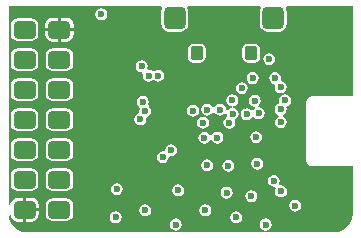
<source format=gbr>
%TF.GenerationSoftware,Altium Limited,Altium Designer,21.1.0 (24)*%
G04 Layer_Physical_Order=2*
G04 Layer_Color=36540*
%FSLAX45Y45*%
%MOMM*%
%TF.SameCoordinates,A42B3F18-A760-40AD-9EC3-E9591E309F50*%
%TF.FilePolarity,Positive*%
%TF.FileFunction,Copper,L2,Inr,Signal*%
%TF.Part,Single*%
G01*
G75*
%TA.AperFunction,ComponentPad*%
G04:AMPARAMS|DCode=27|XSize=1.1mm|YSize=1.2mm|CornerRadius=0.275mm|HoleSize=0mm|Usage=FLASHONLY|Rotation=180.000|XOffset=0mm|YOffset=0mm|HoleType=Round|Shape=RoundedRectangle|*
%AMROUNDEDRECTD27*
21,1,1.10000,0.65000,0,0,180.0*
21,1,0.55000,1.20000,0,0,180.0*
1,1,0.55000,-0.27500,0.32500*
1,1,0.55000,0.27500,0.32500*
1,1,0.55000,0.27500,-0.32500*
1,1,0.55000,-0.27500,-0.32500*
%
%ADD27ROUNDEDRECTD27*%
G04:AMPARAMS|DCode=28|XSize=1.9mm|YSize=1.9mm|CornerRadius=0.475mm|HoleSize=0mm|Usage=FLASHONLY|Rotation=180.000|XOffset=0mm|YOffset=0mm|HoleType=Round|Shape=RoundedRectangle|*
%AMROUNDEDRECTD28*
21,1,1.90000,0.95000,0,0,180.0*
21,1,0.95000,1.90000,0,0,180.0*
1,1,0.95000,-0.47500,0.47500*
1,1,0.95000,0.47500,0.47500*
1,1,0.95000,0.47500,-0.47500*
1,1,0.95000,-0.47500,-0.47500*
%
%ADD28ROUNDEDRECTD28*%
%TA.AperFunction,ViaPad*%
%ADD29C,0.60000*%
%TA.AperFunction,ComponentPad*%
G04:AMPARAMS|DCode=30|XSize=1.5mm|YSize=1.9mm|CornerRadius=0.375mm|HoleSize=0mm|Usage=FLASHONLY|Rotation=270.000|XOffset=0mm|YOffset=0mm|HoleType=Round|Shape=RoundedRectangle|*
%AMROUNDEDRECTD30*
21,1,1.50000,1.15000,0,0,270.0*
21,1,0.75000,1.90000,0,0,270.0*
1,1,0.75000,-0.57500,-0.37500*
1,1,0.75000,-0.57500,0.37500*
1,1,0.75000,0.57500,0.37500*
1,1,0.75000,0.57500,-0.37500*
%
%ADD30ROUNDEDRECTD30*%
G36*
X2956056Y1194971D02*
X2610000D01*
X2593183Y1191626D01*
X2578927Y1182100D01*
X2569401Y1167844D01*
X2566056Y1151027D01*
Y650000D01*
X2569401Y633183D01*
X2578927Y618927D01*
X2593183Y609401D01*
X2610000Y606056D01*
X2956056D01*
Y200000D01*
X2956165Y199453D01*
X2950913Y159563D01*
X2935305Y121882D01*
X2910476Y89524D01*
X2878118Y64695D01*
X2840437Y49087D01*
X2800547Y43836D01*
X2800000Y43944D01*
X200000D01*
X199453Y43836D01*
X159563Y49087D01*
X121882Y64695D01*
X89524Y89524D01*
X64695Y121882D01*
X49087Y159563D01*
X45697Y185316D01*
X60504Y187761D01*
X63250Y173958D01*
X77152Y153152D01*
X97958Y139250D01*
X122500Y134368D01*
X167300D01*
Y236000D01*
Y337632D01*
X122500D01*
X97958Y332750D01*
X77152Y318848D01*
X63250Y298042D01*
X58944Y276397D01*
X43944Y277875D01*
Y1956056D01*
X1337853D01*
X1344924Y1942827D01*
X1338917Y1933837D01*
X1333678Y1907500D01*
Y1812500D01*
X1338917Y1786163D01*
X1353835Y1763836D01*
X1376163Y1748917D01*
X1402500Y1743678D01*
X1497500D01*
X1523837Y1748917D01*
X1546164Y1763836D01*
X1561083Y1786163D01*
X1566322Y1812500D01*
Y1907500D01*
X1561083Y1933837D01*
X1555076Y1942827D01*
X1562147Y1956056D01*
X2172853D01*
X2179924Y1942827D01*
X2173917Y1933837D01*
X2168678Y1907500D01*
Y1812500D01*
X2173917Y1786163D01*
X2188836Y1763836D01*
X2211163Y1748917D01*
X2237500Y1743678D01*
X2332500D01*
X2358837Y1748917D01*
X2381164Y1763836D01*
X2396083Y1786163D01*
X2401322Y1812500D01*
Y1907500D01*
X2396083Y1933837D01*
X2390076Y1942827D01*
X2397147Y1956056D01*
X2956056D01*
Y1194971D01*
D02*
G37*
%LPC*%
G36*
X830000Y1940980D02*
X810491Y1937099D01*
X793952Y1926048D01*
X782901Y1909509D01*
X779021Y1890000D01*
X782901Y1870491D01*
X793952Y1853952D01*
X810491Y1842901D01*
X830000Y1839020D01*
X849509Y1842901D01*
X866048Y1853952D01*
X877099Y1870491D01*
X880980Y1890000D01*
X877099Y1909509D01*
X866048Y1926048D01*
X849509Y1937099D01*
X830000Y1940980D01*
D02*
G37*
G36*
X531500Y1861632D02*
X486700D01*
Y1772700D01*
X595632D01*
Y1797500D01*
X590750Y1822042D01*
X576848Y1842848D01*
X556042Y1856750D01*
X531500Y1861632D01*
D02*
G37*
G36*
X461300D02*
X416500D01*
X391958Y1856750D01*
X371152Y1842848D01*
X357250Y1822042D01*
X352368Y1797500D01*
Y1772700D01*
X461300D01*
Y1861632D01*
D02*
G37*
G36*
X237500Y1856126D02*
X122500D01*
X100065Y1851664D01*
X81045Y1838955D01*
X68337Y1819935D01*
X63874Y1797500D01*
Y1722500D01*
X68337Y1700065D01*
X81045Y1681045D01*
X100065Y1668337D01*
X122500Y1663874D01*
X237500D01*
X259935Y1668337D01*
X278955Y1681045D01*
X291664Y1700065D01*
X296126Y1722500D01*
Y1797500D01*
X291664Y1819935D01*
X278955Y1838955D01*
X259935Y1851664D01*
X237500Y1856126D01*
D02*
G37*
G36*
X595632Y1747300D02*
X486700D01*
Y1658368D01*
X531500D01*
X556042Y1663250D01*
X576848Y1677152D01*
X590750Y1697958D01*
X595632Y1722500D01*
Y1747300D01*
D02*
G37*
G36*
X461300D02*
X352368D01*
Y1722500D01*
X357250Y1697958D01*
X371152Y1677152D01*
X391958Y1663250D01*
X416500Y1658368D01*
X461300D01*
Y1747300D01*
D02*
G37*
G36*
X2125000Y1640931D02*
X2070000D01*
X2051467Y1637244D01*
X2035755Y1626746D01*
X2025256Y1611034D01*
X2021569Y1592500D01*
Y1527500D01*
X2025256Y1508967D01*
X2035755Y1493255D01*
X2051467Y1482756D01*
X2070000Y1479070D01*
X2125000D01*
X2143533Y1482756D01*
X2159245Y1493255D01*
X2169744Y1508967D01*
X2173431Y1527500D01*
Y1592500D01*
X2169744Y1611034D01*
X2159245Y1626746D01*
X2143533Y1637244D01*
X2125000Y1640931D01*
D02*
G37*
G36*
X1665000D02*
X1610000D01*
X1591466Y1637244D01*
X1575755Y1626746D01*
X1565256Y1611034D01*
X1561569Y1592500D01*
Y1527500D01*
X1565256Y1508967D01*
X1575755Y1493255D01*
X1591466Y1482756D01*
X1610000Y1479070D01*
X1665000D01*
X1683533Y1482756D01*
X1699245Y1493255D01*
X1709744Y1508967D01*
X1713430Y1527500D01*
Y1592500D01*
X1709744Y1611034D01*
X1699245Y1626746D01*
X1683533Y1637244D01*
X1665000Y1640931D01*
D02*
G37*
G36*
X2250000Y1560980D02*
X2230491Y1557099D01*
X2213952Y1546048D01*
X2202901Y1529509D01*
X2199020Y1510000D01*
X2202901Y1490491D01*
X2213952Y1473952D01*
X2230491Y1462901D01*
X2250000Y1459020D01*
X2269509Y1462901D01*
X2286048Y1473952D01*
X2297099Y1490491D01*
X2300980Y1510000D01*
X2297099Y1529509D01*
X2286048Y1546048D01*
X2269509Y1557099D01*
X2250000Y1560980D01*
D02*
G37*
G36*
X531500Y1602126D02*
X416500D01*
X394065Y1597664D01*
X375045Y1584955D01*
X362337Y1565935D01*
X357874Y1543500D01*
Y1468500D01*
X362337Y1446065D01*
X375045Y1427045D01*
X394065Y1414337D01*
X416500Y1409874D01*
X531500D01*
X553935Y1414337D01*
X572955Y1427045D01*
X585664Y1446065D01*
X590126Y1468500D01*
Y1543500D01*
X585664Y1565935D01*
X572955Y1584955D01*
X553935Y1597664D01*
X531500Y1602126D01*
D02*
G37*
G36*
X237500D02*
X122500D01*
X100065Y1597664D01*
X81045Y1584955D01*
X68337Y1565935D01*
X63874Y1543500D01*
Y1468500D01*
X68337Y1446065D01*
X81045Y1427045D01*
X100065Y1414337D01*
X122500Y1409874D01*
X237500D01*
X259935Y1414337D01*
X278955Y1427045D01*
X291664Y1446065D01*
X296126Y1468500D01*
Y1543500D01*
X291664Y1565935D01*
X278955Y1584955D01*
X259935Y1597664D01*
X237500Y1602126D01*
D02*
G37*
G36*
X1170000Y1500979D02*
X1150491Y1497099D01*
X1133952Y1486048D01*
X1122901Y1469509D01*
X1119020Y1450000D01*
X1122901Y1430491D01*
X1133952Y1413952D01*
X1150491Y1402901D01*
X1170000Y1399020D01*
X1171402Y1399299D01*
X1175744Y1395600D01*
X1182233Y1386160D01*
X1179018Y1369997D01*
X1182899Y1350488D01*
X1193950Y1333949D01*
X1210489Y1322898D01*
X1229998Y1319018D01*
X1249507Y1322898D01*
X1259041Y1329269D01*
X1273952Y1333952D01*
X1290491Y1322901D01*
X1310000Y1319020D01*
X1329509Y1322901D01*
X1346048Y1333952D01*
X1357099Y1350491D01*
X1360979Y1370000D01*
X1357099Y1389509D01*
X1346048Y1406048D01*
X1329509Y1417099D01*
X1310000Y1420980D01*
X1290491Y1417099D01*
X1280957Y1410728D01*
X1266045Y1406045D01*
X1249507Y1417096D01*
X1229998Y1420977D01*
X1228596Y1420698D01*
X1224253Y1424397D01*
X1217765Y1433838D01*
X1220980Y1450000D01*
X1217099Y1469509D01*
X1206048Y1486048D01*
X1189509Y1497099D01*
X1170000Y1500979D01*
D02*
G37*
G36*
X2110000Y1400980D02*
X2090491Y1397099D01*
X2073952Y1386048D01*
X2062901Y1369509D01*
X2059021Y1350000D01*
X2062901Y1330491D01*
X2073952Y1313952D01*
X2090491Y1302901D01*
X2110000Y1299021D01*
X2129509Y1302901D01*
X2146048Y1313952D01*
X2157099Y1330491D01*
X2160980Y1350000D01*
X2157099Y1369509D01*
X2146048Y1386048D01*
X2129509Y1397099D01*
X2110000Y1400980D01*
D02*
G37*
G36*
X2300000D02*
X2280491Y1397099D01*
X2263952Y1386048D01*
X2252901Y1369509D01*
X2249020Y1350000D01*
X2252901Y1330491D01*
X2263952Y1313952D01*
X2280491Y1302901D01*
X2289807Y1301048D01*
X2299659Y1290684D01*
X2299427Y1285005D01*
X2296520Y1270395D01*
X2300401Y1250886D01*
X2311452Y1234347D01*
X2327991Y1223296D01*
X2347500Y1219415D01*
X2367009Y1223296D01*
X2383548Y1234347D01*
X2394599Y1250886D01*
X2398480Y1270395D01*
X2394599Y1289904D01*
X2383548Y1306443D01*
X2367009Y1317494D01*
X2357693Y1319347D01*
X2347841Y1329711D01*
X2348073Y1335390D01*
X2350980Y1350000D01*
X2347099Y1369509D01*
X2336048Y1386048D01*
X2319509Y1397099D01*
X2300000Y1400980D01*
D02*
G37*
G36*
X2017965Y1316112D02*
X1998456Y1312231D01*
X1981917Y1301180D01*
X1970866Y1284641D01*
X1966985Y1265132D01*
X1970866Y1245623D01*
X1981917Y1229084D01*
X1998456Y1218033D01*
X2017965Y1214153D01*
X2037474Y1218033D01*
X2054013Y1229084D01*
X2065064Y1245623D01*
X2068944Y1265132D01*
X2065064Y1284641D01*
X2054013Y1301180D01*
X2037474Y1312231D01*
X2017965Y1316112D01*
D02*
G37*
G36*
X531500Y1348126D02*
X416500D01*
X394065Y1343664D01*
X375045Y1330955D01*
X362337Y1311935D01*
X357874Y1289500D01*
Y1214500D01*
X362337Y1192065D01*
X375045Y1173045D01*
X394065Y1160337D01*
X416500Y1155874D01*
X531500D01*
X553935Y1160337D01*
X572955Y1173045D01*
X585664Y1192065D01*
X590126Y1214500D01*
Y1289500D01*
X585664Y1311935D01*
X572955Y1330955D01*
X553935Y1343664D01*
X531500Y1348126D01*
D02*
G37*
G36*
X237500D02*
X122500D01*
X100065Y1343664D01*
X81045Y1330955D01*
X68337Y1311935D01*
X63874Y1289500D01*
Y1214500D01*
X68337Y1192065D01*
X81045Y1173045D01*
X100065Y1160337D01*
X122500Y1155874D01*
X237500D01*
X259935Y1160337D01*
X278955Y1173045D01*
X291664Y1192065D01*
X296126Y1214500D01*
Y1289500D01*
X291664Y1311935D01*
X278955Y1330955D01*
X259935Y1343664D01*
X237500Y1348126D01*
D02*
G37*
G36*
X2128175Y1209481D02*
X2108666Y1205600D01*
X2092127Y1194549D01*
X2081076Y1178010D01*
X2077195Y1158501D01*
X2081076Y1138992D01*
X2092127Y1122453D01*
X2108666Y1111402D01*
X2128175Y1107522D01*
X2129477Y1107781D01*
X2135330Y1093651D01*
X2123948Y1086046D01*
X2117348Y1076169D01*
X2099912Y1075265D01*
X2096048Y1081048D01*
X2079509Y1092099D01*
X2060000Y1095980D01*
X2040491Y1092099D01*
X2023952Y1081048D01*
X2012901Y1064509D01*
X2009020Y1045000D01*
X2012901Y1025491D01*
X2023952Y1008952D01*
X2040491Y997901D01*
X2060000Y994020D01*
X2079509Y997901D01*
X2096048Y1008952D01*
X2102647Y1018829D01*
X2120083Y1019733D01*
X2123948Y1013950D01*
X2140487Y1002899D01*
X2159996Y999018D01*
X2179505Y1002899D01*
X2196044Y1013950D01*
X2207095Y1030489D01*
X2210975Y1049998D01*
X2207095Y1069507D01*
X2196044Y1086046D01*
X2179505Y1097097D01*
X2159996Y1100977D01*
X2158693Y1100718D01*
X2152840Y1114848D01*
X2164222Y1122453D01*
X2175274Y1138992D01*
X2179154Y1158501D01*
X2175274Y1178010D01*
X2164222Y1194549D01*
X2147684Y1205600D01*
X2128175Y1209481D01*
D02*
G37*
G36*
X1937841Y1211821D02*
X1918332Y1207941D01*
X1901793Y1196890D01*
X1890742Y1180351D01*
X1886862Y1160842D01*
X1890742Y1141333D01*
X1901793Y1124794D01*
X1918332Y1113743D01*
X1931541Y1111115D01*
Y1095822D01*
X1920968Y1093718D01*
X1904429Y1082667D01*
X1897945Y1072964D01*
X1883816Y1078817D01*
X1884396Y1081734D01*
X1880515Y1101243D01*
X1869464Y1117782D01*
X1852925Y1128833D01*
X1833416Y1132713D01*
X1813907Y1128833D01*
X1797368Y1117782D01*
X1787281Y1102686D01*
X1780441Y1102129D01*
X1771469Y1103483D01*
X1760930Y1119255D01*
X1744391Y1130306D01*
X1724883Y1134186D01*
X1705374Y1130306D01*
X1688835Y1119255D01*
X1677784Y1102716D01*
X1673903Y1083207D01*
X1677784Y1063698D01*
X1688835Y1047159D01*
X1705374Y1036108D01*
X1724883Y1032227D01*
X1744391Y1036108D01*
X1760930Y1047159D01*
X1771017Y1062255D01*
X1777857Y1062811D01*
X1786830Y1061458D01*
X1797368Y1045686D01*
X1813907Y1034635D01*
X1833416Y1030754D01*
X1852925Y1034635D01*
X1869464Y1045686D01*
X1875947Y1055389D01*
X1890077Y1049536D01*
X1889497Y1046619D01*
X1893378Y1027111D01*
X1885977Y1013987D01*
X1875945Y1007283D01*
X1864894Y990744D01*
X1861013Y971235D01*
X1864894Y951726D01*
X1875945Y935187D01*
X1892484Y924136D01*
X1911993Y920255D01*
X1931502Y924136D01*
X1948041Y935187D01*
X1959092Y951726D01*
X1962972Y971235D01*
X1960373Y984304D01*
X1959986Y999520D01*
X1976525Y1010572D01*
X1987576Y1027110D01*
X1991456Y1046619D01*
X1987576Y1066128D01*
X1976525Y1082667D01*
X1959986Y1093718D01*
X1946777Y1096346D01*
Y1111640D01*
X1957350Y1113743D01*
X1973889Y1124794D01*
X1984940Y1141333D01*
X1988821Y1160842D01*
X1984940Y1180351D01*
X1973889Y1196890D01*
X1957350Y1207941D01*
X1937841Y1211821D01*
D02*
G37*
G36*
X1605053Y1125101D02*
X1585544Y1121221D01*
X1569005Y1110169D01*
X1557954Y1093631D01*
X1554074Y1074122D01*
X1557954Y1054613D01*
X1569005Y1038074D01*
X1585544Y1027023D01*
X1605053Y1023142D01*
X1624562Y1027023D01*
X1641101Y1038074D01*
X1652152Y1054613D01*
X1656033Y1074122D01*
X1652152Y1093631D01*
X1641101Y1110169D01*
X1624562Y1121221D01*
X1605053Y1125101D01*
D02*
G37*
G36*
X1180000Y1200980D02*
X1160491Y1197099D01*
X1143952Y1186048D01*
X1132901Y1169509D01*
X1129020Y1150000D01*
X1132901Y1130491D01*
X1143952Y1113952D01*
X1148958Y1110607D01*
X1153356Y1090190D01*
X1152901Y1089509D01*
X1149020Y1070000D01*
X1150151Y1064315D01*
X1140491Y1047099D01*
X1123952Y1036048D01*
X1112901Y1019509D01*
X1109020Y1000000D01*
X1112901Y980491D01*
X1123952Y963952D01*
X1140491Y952901D01*
X1160000Y949020D01*
X1179509Y952901D01*
X1196048Y963952D01*
X1207099Y980491D01*
X1210980Y1000000D01*
X1209849Y1005685D01*
X1219509Y1022901D01*
X1236048Y1033952D01*
X1247099Y1050491D01*
X1250979Y1070000D01*
X1247099Y1089509D01*
X1236048Y1106048D01*
X1231042Y1109393D01*
X1226643Y1129810D01*
X1227099Y1130491D01*
X1230980Y1150000D01*
X1227099Y1169509D01*
X1216048Y1186048D01*
X1199509Y1197099D01*
X1180000Y1200980D01*
D02*
G37*
G36*
X2384267Y1211027D02*
X2364758Y1207147D01*
X2348219Y1196096D01*
X2337168Y1179557D01*
X2333287Y1160048D01*
X2337168Y1140539D01*
X2334349Y1133735D01*
X2328435Y1132558D01*
X2311896Y1121507D01*
X2300845Y1104968D01*
X2296964Y1085459D01*
X2300845Y1065950D01*
X2311896Y1049411D01*
X2327914Y1038709D01*
X2329389Y1029244D01*
X2328792Y1022995D01*
X2313518Y1012790D01*
X2302467Y996251D01*
X2298586Y976742D01*
X2302467Y957233D01*
X2313518Y940694D01*
X2330057Y929643D01*
X2349566Y925762D01*
X2369075Y929643D01*
X2385614Y940694D01*
X2396665Y957233D01*
X2400546Y976742D01*
X2396665Y996251D01*
X2385614Y1012790D01*
X2369596Y1023493D01*
X2368121Y1032958D01*
X2368718Y1039206D01*
X2383991Y1049411D01*
X2395042Y1065950D01*
X2398923Y1085459D01*
X2395042Y1104968D01*
X2406524Y1114785D01*
X2420315Y1124000D01*
X2431366Y1140539D01*
X2435246Y1160048D01*
X2431366Y1179557D01*
X2420315Y1196096D01*
X2403776Y1207147D01*
X2384267Y1211027D01*
D02*
G37*
G36*
X1689882Y1023170D02*
X1670373Y1019290D01*
X1653834Y1008239D01*
X1642783Y991700D01*
X1638902Y972191D01*
X1642783Y952682D01*
X1653834Y936143D01*
X1670373Y925092D01*
X1689882Y921211D01*
X1709391Y925092D01*
X1725930Y936143D01*
X1736981Y952682D01*
X1740861Y972191D01*
X1736981Y991700D01*
X1725930Y1008239D01*
X1709391Y1019290D01*
X1689882Y1023170D01*
D02*
G37*
G36*
X531500Y1094126D02*
X416500D01*
X394065Y1089664D01*
X375045Y1076955D01*
X362337Y1057935D01*
X357874Y1035500D01*
Y960500D01*
X362337Y938065D01*
X375045Y919045D01*
X394065Y906337D01*
X416500Y901874D01*
X531500D01*
X553935Y906337D01*
X572955Y919045D01*
X585664Y938065D01*
X590126Y960500D01*
Y1035500D01*
X585664Y1057935D01*
X572955Y1076955D01*
X553935Y1089664D01*
X531500Y1094126D01*
D02*
G37*
G36*
X237500D02*
X122500D01*
X100065Y1089664D01*
X81045Y1076955D01*
X68337Y1057935D01*
X63874Y1035500D01*
Y960500D01*
X68337Y938065D01*
X81045Y919045D01*
X100065Y906337D01*
X122500Y901874D01*
X237500D01*
X259935Y906337D01*
X278955Y919045D01*
X291664Y938065D01*
X296126Y960500D01*
Y1035500D01*
X291664Y1057935D01*
X278955Y1076955D01*
X259935Y1089664D01*
X237500Y1094126D01*
D02*
G37*
G36*
X1811065Y895980D02*
X1791556Y892100D01*
X1775017Y881049D01*
X1764250Y864935D01*
X1759719Y864194D01*
X1753579Y863736D01*
X1748639Y864342D01*
X1738208Y879954D01*
X1721669Y891005D01*
X1702160Y894885D01*
X1682651Y891005D01*
X1666112Y879954D01*
X1655061Y863415D01*
X1651180Y843906D01*
X1655061Y824397D01*
X1666112Y807858D01*
X1682651Y796807D01*
X1702160Y792926D01*
X1721669Y796807D01*
X1738208Y807858D01*
X1748974Y823971D01*
X1753505Y824713D01*
X1759645Y825170D01*
X1764586Y824564D01*
X1775017Y808953D01*
X1791556Y797902D01*
X1811065Y794021D01*
X1830574Y797902D01*
X1847113Y808953D01*
X1858164Y825492D01*
X1862044Y845001D01*
X1858164Y864510D01*
X1847113Y881049D01*
X1830574Y892100D01*
X1811065Y895980D01*
D02*
G37*
G36*
X2140000Y900980D02*
X2120491Y897099D01*
X2103952Y886048D01*
X2092901Y869509D01*
X2089020Y850000D01*
X2092901Y830491D01*
X2103952Y813952D01*
X2120491Y802901D01*
X2140000Y799021D01*
X2159509Y802901D01*
X2176048Y813952D01*
X2187099Y830491D01*
X2190980Y850000D01*
X2187099Y869509D01*
X2176048Y886048D01*
X2159509Y897099D01*
X2140000Y900980D01*
D02*
G37*
G36*
X1420000Y790980D02*
X1400491Y787099D01*
X1383952Y776048D01*
X1372901Y759509D01*
X1369020Y740000D01*
X1355748Y729836D01*
X1350000Y730979D01*
X1330491Y727099D01*
X1313952Y716048D01*
X1302901Y699509D01*
X1299021Y680000D01*
X1302901Y660491D01*
X1313952Y643952D01*
X1330491Y632901D01*
X1350000Y629020D01*
X1369509Y632901D01*
X1386048Y643952D01*
X1397099Y660491D01*
X1400980Y680000D01*
X1414252Y690164D01*
X1420000Y689020D01*
X1439509Y692901D01*
X1456048Y703952D01*
X1467099Y720491D01*
X1470980Y740000D01*
X1467099Y759509D01*
X1456048Y776048D01*
X1439509Y787099D01*
X1420000Y790980D01*
D02*
G37*
G36*
X531500Y840126D02*
X416500D01*
X394065Y835664D01*
X375045Y822955D01*
X362337Y803935D01*
X357874Y781500D01*
Y706500D01*
X362337Y684065D01*
X375045Y665045D01*
X394065Y652337D01*
X416500Y647874D01*
X531500D01*
X553935Y652337D01*
X572955Y665045D01*
X585664Y684065D01*
X590126Y706500D01*
Y781500D01*
X585664Y803935D01*
X572955Y822955D01*
X553935Y835664D01*
X531500Y840126D01*
D02*
G37*
G36*
X237500D02*
X122500D01*
X100065Y835664D01*
X81045Y822955D01*
X68337Y803935D01*
X63874Y781500D01*
Y706500D01*
X68337Y684065D01*
X81045Y665045D01*
X100065Y652337D01*
X122500Y647874D01*
X237500D01*
X259935Y652337D01*
X278955Y665045D01*
X291664Y684065D01*
X296126Y706500D01*
Y781500D01*
X291664Y803935D01*
X278955Y822955D01*
X259935Y835664D01*
X237500Y840126D01*
D02*
G37*
G36*
X2148934Y675980D02*
X2129426Y672099D01*
X2112887Y661048D01*
X2101836Y644509D01*
X2097955Y625000D01*
X2101836Y605491D01*
X2112887Y588952D01*
X2129426Y577901D01*
X2148934Y574020D01*
X2168443Y577901D01*
X2184982Y588952D01*
X2196033Y605491D01*
X2199914Y625000D01*
X2196033Y644509D01*
X2184982Y661048D01*
X2168443Y672099D01*
X2148934Y675980D01*
D02*
G37*
G36*
X1724616Y661536D02*
X1705107Y657655D01*
X1688568Y646604D01*
X1677517Y630065D01*
X1673636Y610556D01*
X1677517Y591047D01*
X1688568Y574508D01*
X1705107Y563457D01*
X1724616Y559577D01*
X1744125Y563457D01*
X1760664Y574508D01*
X1771715Y591047D01*
X1775596Y610556D01*
X1771715Y630065D01*
X1760664Y646604D01*
X1744125Y657655D01*
X1724616Y661536D01*
D02*
G37*
G36*
X1905461Y656992D02*
X1885952Y653111D01*
X1869413Y642060D01*
X1858362Y625521D01*
X1854481Y606013D01*
X1858362Y586504D01*
X1869413Y569965D01*
X1885952Y558914D01*
X1905461Y555033D01*
X1924969Y558914D01*
X1941508Y569965D01*
X1952559Y586504D01*
X1956440Y606013D01*
X1952559Y625521D01*
X1941508Y642060D01*
X1924969Y653111D01*
X1905461Y656992D01*
D02*
G37*
G36*
X531500Y586126D02*
X416500D01*
X394065Y581664D01*
X375045Y568955D01*
X362337Y549935D01*
X357874Y527500D01*
Y452500D01*
X362337Y430065D01*
X375045Y411045D01*
X394065Y398337D01*
X416500Y393874D01*
X531500D01*
X553935Y398337D01*
X572955Y411045D01*
X585664Y430065D01*
X590126Y452500D01*
Y527500D01*
X585664Y549935D01*
X572955Y568955D01*
X553935Y581664D01*
X531500Y586126D01*
D02*
G37*
G36*
X237500D02*
X122500D01*
X100065Y581664D01*
X81045Y568955D01*
X68337Y549935D01*
X63874Y527500D01*
Y452500D01*
X68337Y430065D01*
X81045Y411045D01*
X100065Y398337D01*
X122500Y393874D01*
X237500D01*
X259935Y398337D01*
X278955Y411045D01*
X291664Y430065D01*
X296126Y452500D01*
Y527500D01*
X291664Y549935D01*
X278955Y568955D01*
X259935Y581664D01*
X237500Y586126D01*
D02*
G37*
G36*
X960000Y460980D02*
X940491Y457099D01*
X923952Y446048D01*
X912901Y429509D01*
X909021Y410000D01*
X912901Y390491D01*
X923952Y373952D01*
X940491Y362901D01*
X960000Y359020D01*
X979509Y362901D01*
X996048Y373952D01*
X1007099Y390491D01*
X1010980Y410000D01*
X1007099Y429509D01*
X996048Y446048D01*
X979509Y457099D01*
X960000Y460980D01*
D02*
G37*
G36*
X1480000Y450980D02*
X1460491Y447099D01*
X1443952Y436048D01*
X1432901Y419509D01*
X1429021Y400000D01*
X1432901Y380491D01*
X1443952Y363952D01*
X1460491Y352901D01*
X1480000Y349020D01*
X1499509Y352901D01*
X1516048Y363952D01*
X1527099Y380491D01*
X1530980Y400000D01*
X1527099Y419509D01*
X1516048Y436048D01*
X1499509Y447099D01*
X1480000Y450980D01*
D02*
G37*
G36*
X2290000Y530980D02*
X2270491Y527099D01*
X2253952Y516048D01*
X2242901Y499509D01*
X2239020Y480000D01*
X2242901Y460491D01*
X2253952Y443952D01*
X2270491Y432901D01*
X2290000Y429020D01*
X2299109Y430832D01*
X2308129Y417333D01*
X2302901Y409509D01*
X2299021Y390000D01*
X2302901Y370491D01*
X2313952Y353952D01*
X2330491Y342901D01*
X2350000Y339020D01*
X2369509Y342901D01*
X2386048Y353952D01*
X2397099Y370491D01*
X2400980Y390000D01*
X2397099Y409509D01*
X2386048Y426048D01*
X2369509Y437099D01*
X2350000Y440980D01*
X2340891Y439168D01*
X2331871Y452667D01*
X2337099Y460491D01*
X2340980Y480000D01*
X2337099Y499509D01*
X2326048Y516048D01*
X2309509Y527099D01*
X2290000Y530980D01*
D02*
G37*
G36*
X1890000Y430980D02*
X1870491Y427099D01*
X1853952Y416048D01*
X1842901Y399509D01*
X1839020Y380000D01*
X1842901Y360491D01*
X1853952Y343952D01*
X1870491Y332901D01*
X1890000Y329020D01*
X1909509Y332901D01*
X1926048Y343952D01*
X1937099Y360491D01*
X1940980Y380000D01*
X1937099Y399509D01*
X1926048Y416048D01*
X1909509Y427099D01*
X1890000Y430980D01*
D02*
G37*
G36*
X2100000Y400980D02*
X2080491Y397099D01*
X2063952Y386048D01*
X2052901Y369509D01*
X2049021Y350000D01*
X2052901Y330491D01*
X2063952Y313952D01*
X2080491Y302901D01*
X2100000Y299020D01*
X2119509Y302901D01*
X2136048Y313952D01*
X2147099Y330491D01*
X2150980Y350000D01*
X2147099Y369509D01*
X2136048Y386048D01*
X2119509Y397099D01*
X2100000Y400980D01*
D02*
G37*
G36*
X237500Y337632D02*
X192700D01*
Y248700D01*
X301632D01*
Y273500D01*
X296750Y298042D01*
X282848Y318848D01*
X262042Y332750D01*
X237500Y337632D01*
D02*
G37*
G36*
X2470000Y320980D02*
X2450491Y317099D01*
X2433952Y306048D01*
X2422901Y289509D01*
X2419020Y270000D01*
X2422901Y250491D01*
X2433952Y233952D01*
X2450491Y222901D01*
X2470000Y219020D01*
X2489509Y222901D01*
X2506048Y233952D01*
X2517099Y250491D01*
X2520979Y270000D01*
X2517099Y289509D01*
X2506048Y306048D01*
X2489509Y317099D01*
X2470000Y320980D01*
D02*
G37*
G36*
X1710000Y280980D02*
X1690491Y277099D01*
X1673952Y266048D01*
X1662901Y249509D01*
X1659020Y230000D01*
X1662901Y210491D01*
X1673952Y193952D01*
X1690491Y182901D01*
X1710000Y179020D01*
X1729509Y182901D01*
X1746048Y193952D01*
X1757099Y210491D01*
X1760979Y230000D01*
X1757099Y249509D01*
X1746048Y266048D01*
X1729509Y277099D01*
X1710000Y280980D01*
D02*
G37*
G36*
X1200000D02*
X1180491Y277099D01*
X1163952Y266048D01*
X1152901Y249509D01*
X1149020Y230000D01*
X1152901Y210491D01*
X1163952Y193952D01*
X1180491Y182901D01*
X1200000Y179020D01*
X1219509Y182901D01*
X1236048Y193952D01*
X1247099Y210491D01*
X1250979Y230000D01*
X1247099Y249509D01*
X1236048Y266048D01*
X1219509Y277099D01*
X1200000Y280980D01*
D02*
G37*
G36*
X531500Y332126D02*
X416500D01*
X394065Y327664D01*
X375045Y314955D01*
X362337Y295935D01*
X357874Y273500D01*
Y198500D01*
X362337Y176065D01*
X375045Y157045D01*
X394065Y144337D01*
X416500Y139874D01*
X531500D01*
X553935Y144337D01*
X572955Y157045D01*
X585664Y176065D01*
X590126Y198500D01*
Y273500D01*
X585664Y295935D01*
X572955Y314955D01*
X553935Y327664D01*
X531500Y332126D01*
D02*
G37*
G36*
X301632Y223300D02*
X192700D01*
Y134368D01*
X237500D01*
X262042Y139250D01*
X282848Y153152D01*
X296750Y173958D01*
X301632Y198500D01*
Y223300D01*
D02*
G37*
G36*
X1970000Y220979D02*
X1950491Y217099D01*
X1933952Y206048D01*
X1922901Y189509D01*
X1919021Y170000D01*
X1922901Y150491D01*
X1933952Y133952D01*
X1950491Y122901D01*
X1970000Y119020D01*
X1989509Y122901D01*
X2006048Y133952D01*
X2017099Y150491D01*
X2020980Y170000D01*
X2017099Y189509D01*
X2006048Y206048D01*
X1989509Y217099D01*
X1970000Y220979D01*
D02*
G37*
G36*
X950000D02*
X930491Y217099D01*
X913952Y206048D01*
X902901Y189509D01*
X899020Y170000D01*
X902901Y150491D01*
X913952Y133952D01*
X930491Y122901D01*
X950000Y119020D01*
X969509Y122901D01*
X986048Y133952D01*
X997099Y150491D01*
X1000979Y170000D01*
X997099Y189509D01*
X986048Y206048D01*
X969509Y217099D01*
X950000Y220979D01*
D02*
G37*
G36*
X2220000Y160980D02*
X2200491Y157099D01*
X2183952Y146048D01*
X2172901Y129509D01*
X2169020Y110000D01*
X2172901Y90491D01*
X2183952Y73952D01*
X2200491Y62901D01*
X2220000Y59020D01*
X2239509Y62901D01*
X2256048Y73952D01*
X2267099Y90491D01*
X2270979Y110000D01*
X2267099Y129509D01*
X2256048Y146048D01*
X2239509Y157099D01*
X2220000Y160980D01*
D02*
G37*
G36*
X1460000D02*
X1440491Y157099D01*
X1423952Y146048D01*
X1412901Y129509D01*
X1409020Y110000D01*
X1412901Y90491D01*
X1423952Y73952D01*
X1440491Y62901D01*
X1460000Y59020D01*
X1479509Y62901D01*
X1496048Y73952D01*
X1507099Y90491D01*
X1510979Y110000D01*
X1507099Y129509D01*
X1496048Y146048D01*
X1479509Y157099D01*
X1460000Y160980D01*
D02*
G37*
%LPD*%
D27*
X1637500Y1560000D02*
D03*
X2097500D02*
D03*
D28*
X1450000Y1860000D02*
D03*
X2285000D02*
D03*
D29*
X120000Y1910000D02*
D03*
X1160000Y1000000D02*
D03*
X1180000Y1150000D02*
D03*
X1200000Y1070000D02*
D03*
X1308397Y742403D02*
D03*
X1350000Y680000D02*
D03*
X1420000Y740000D02*
D03*
X920000Y1160000D02*
D03*
X960000Y410000D02*
D03*
X695000Y460000D02*
D03*
X2110000Y1350000D02*
D03*
X2017965Y1265132D02*
D03*
X820000Y772500D02*
D03*
X850000Y1490000D02*
D03*
X1689882Y972191D02*
D03*
X2128175Y1158501D02*
D03*
X1605053Y1074122D02*
D03*
X1724883Y1083207D02*
D03*
X1833416Y1081734D02*
D03*
X1937841Y1160842D02*
D03*
X1940477Y1046619D02*
D03*
X1911993Y971235D02*
D03*
X2060000Y1045000D02*
D03*
X2384267Y1160048D02*
D03*
X2347943Y1085459D02*
D03*
X2159996Y1049998D02*
D03*
X2349566Y976742D02*
D03*
X2347500Y1270395D02*
D03*
X2100000Y350000D02*
D03*
X1724616Y610556D02*
D03*
X1905461Y606013D02*
D03*
X1460000Y110000D02*
D03*
X1200000Y230000D02*
D03*
X950000Y170000D02*
D03*
X1811065Y845001D02*
D03*
X1810000Y960000D02*
D03*
X1702160Y843906D02*
D03*
X2290000Y480000D02*
D03*
X2350000Y390000D02*
D03*
X2300000Y1350000D02*
D03*
X2250000Y1510000D02*
D03*
X1229998Y1369997D02*
D03*
X1310000Y1370000D02*
D03*
X1170000Y1450000D02*
D03*
X2148934Y625000D02*
D03*
X1890000Y380000D02*
D03*
X1480000Y400000D02*
D03*
X2490000Y170000D02*
D03*
X1470000Y1520000D02*
D03*
X2000000Y1710000D02*
D03*
X2620000Y568944D02*
D03*
X830000Y1890000D02*
D03*
X1970000Y170000D02*
D03*
X1710000Y230000D02*
D03*
X2220000Y110000D02*
D03*
X2470000Y270000D02*
D03*
X2140000Y850000D02*
D03*
D30*
X180000Y1760000D02*
D03*
Y1506000D02*
D03*
Y1252000D02*
D03*
Y998000D02*
D03*
Y744000D02*
D03*
Y490000D02*
D03*
Y236000D02*
D03*
X474000Y1760000D02*
D03*
Y1506000D02*
D03*
Y1252000D02*
D03*
Y998000D02*
D03*
Y744000D02*
D03*
Y490000D02*
D03*
Y236000D02*
D03*
%TF.MD5,1168a6c9eba67d10fd8abc3d42928011*%
M02*

</source>
